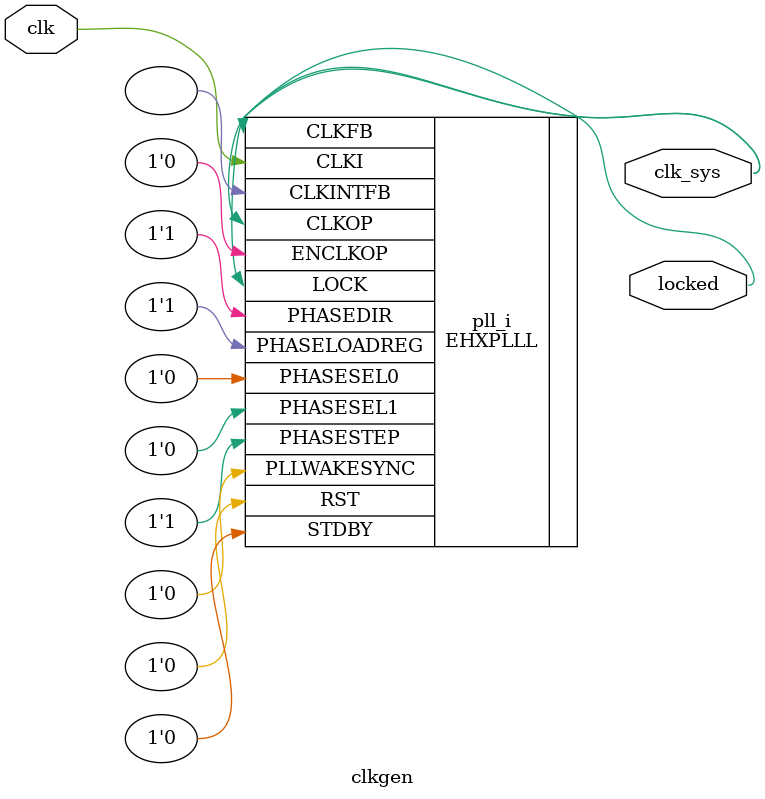
<source format=v>
module clkgen
(
    input clk, // 48 MHz, 0 deg
    output clk_sys, // 28 MHz, 0 deg
    output locked
);
(* FREQUENCY_PIN_CLKI="48" *)
(* FREQUENCY_PIN_CLKOP="28" *)
(* ICP_CURRENT="12" *) (* LPF_RESISTOR="8" *) (* MFG_ENABLE_FILTEROPAMP="1" *) (* MFG_GMCREF_SEL="2" *)
EHXPLLL #(
        .PLLRST_ENA("DISABLED"),
        .INTFB_WAKE("DISABLED"),
        .STDBY_ENABLE("DISABLED"),
        .DPHASE_SOURCE("DISABLED"),
        .OUTDIVIDER_MUXA("DIVA"),
        .OUTDIVIDER_MUXB("DIVB"),
        .OUTDIVIDER_MUXC("DIVC"),
        .OUTDIVIDER_MUXD("DIVD"),
        .CLKI_DIV(12),
        .CLKOP_ENABLE("ENABLED"),
        .CLKOP_DIV(21),
        .CLKOP_CPHASE(10),
        .CLKOP_FPHASE(0),
        .FEEDBK_PATH("CLKOP"),
        .CLKFB_DIV(7)
    ) pll_i (
        .RST(1'b0),
        .STDBY(1'b0),
        .CLKI(clk),
        .CLKOP(clk_sys),
        .CLKFB(clk_sys),
        .CLKINTFB(),
        .PHASESEL0(1'b0),
        .PHASESEL1(1'b0),
        .PHASEDIR(1'b1),
        .PHASESTEP(1'b1),
        .PHASELOADREG(1'b1),
        .PLLWAKESYNC(1'b0),
        .ENCLKOP(1'b0),
        .LOCK(locked)
	);
endmodule

</source>
